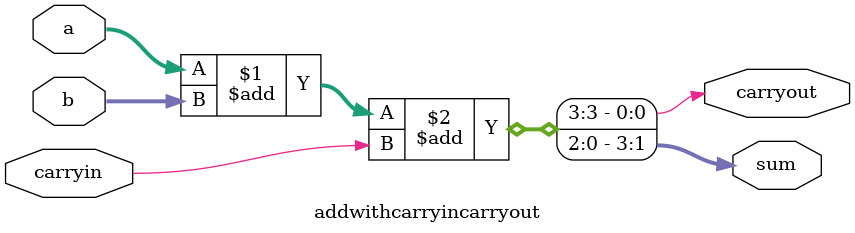
<source format=v>
module addwithcarryincarryout(a,b,carryin,carryout,sum);
  parameter numbits=3;
  input [numbits:1] a,b;
  input carryin;
  output carryout;
  output[numbits:1] sum;
  assign {carryout,sum} =a+b+carryin;
endmodule


</source>
